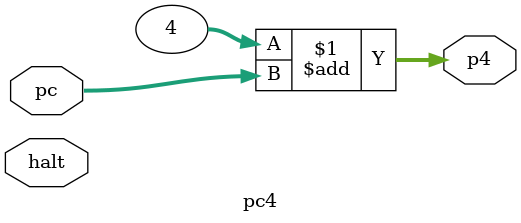
<source format=v>
 module pc4 (pc,halt, p4); // pc + 4
    input halt;
    input  [31:0] pc;
    output [31:0] p4;
//    assign p4 = halt?32'b0:32'h4 + pc;
    assign p4 = 32'h4 + pc;
endmodule

</source>
